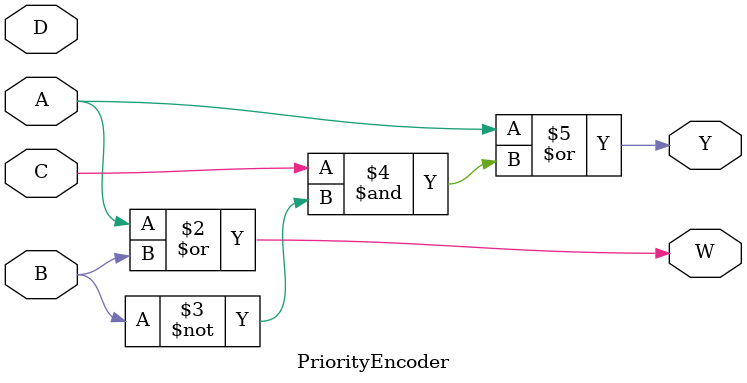
<source format=v>
module PriorityEncoder(A,B,C,D,W,Y);
	input A,B,C,D;// Inputs
	output reg W,Y;// Outputs
	always @(A,B,C,D) begin// Logic Procedure
		W = (A|B);
		Y = (A|(C & ~B));
	end
endmodule
</source>
